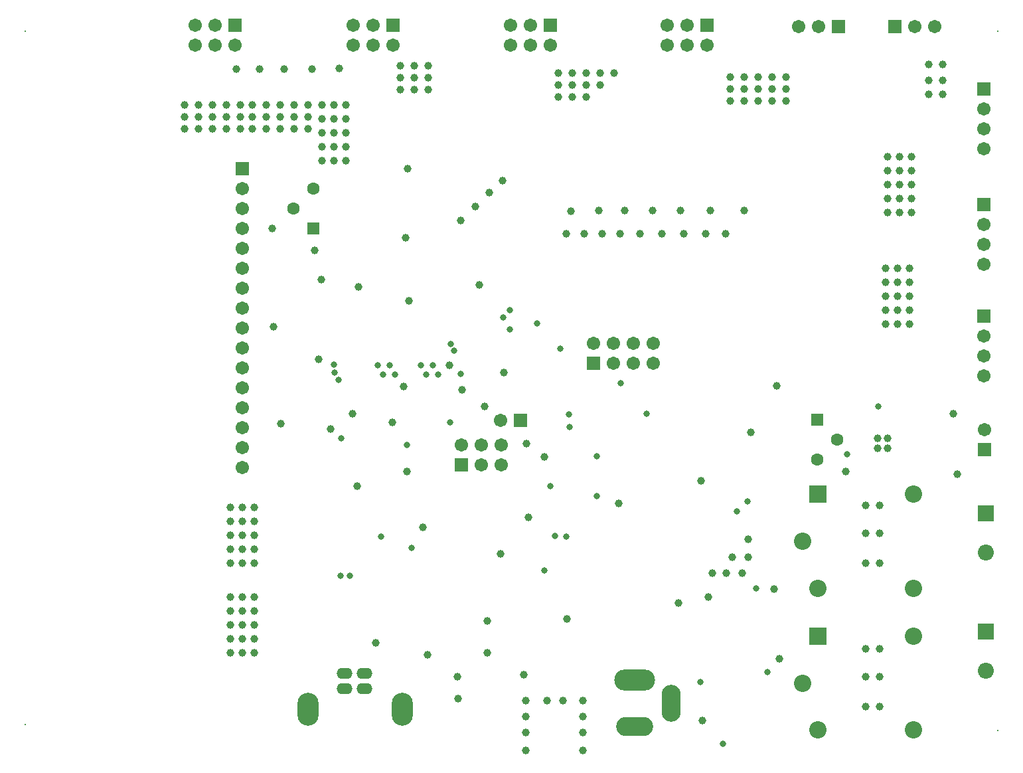
<source format=gbs>
G04*
G04 #@! TF.GenerationSoftware,Altium Limited,Altium Designer,20.0.1 (14)*
G04*
G04 Layer_Color=16711935*
%FSLAX25Y25*%
%MOIN*%
G70*
G01*
G75*
%ADD17C,0.00787*%
%ADD92R,0.06706X0.06706*%
%ADD93C,0.06706*%
%ADD94C,0.08040*%
%ADD95R,0.08040X0.08040*%
%ADD96R,0.06706X0.06706*%
%ADD97R,0.06312X0.06312*%
%ADD98C,0.06312*%
%ADD99O,0.20485X0.10642*%
%ADD100O,0.18517X0.09658*%
%ADD101O,0.09658X0.18517*%
%ADD102R,0.08674X0.08674*%
%ADD103C,0.08674*%
%ADD104O,0.07887X0.05524*%
%ADD105O,0.10642X0.16548*%
%ADD106C,0.03950*%
%ADD107C,0.03162*%
D17*
X525240Y370035D02*
D03*
X525240Y19012D02*
D03*
X36736Y22043D02*
D03*
Y370035D02*
D03*
D92*
X255787Y152598D02*
D03*
X322165Y203543D02*
D03*
X142047Y373248D02*
D03*
X221575D02*
D03*
X300315D02*
D03*
X379055D02*
D03*
X444961Y372284D02*
D03*
X473425D02*
D03*
X285394Y174803D02*
D03*
D93*
X255787Y162598D02*
D03*
X265787Y152598D02*
D03*
Y162598D02*
D03*
X275787Y152598D02*
D03*
Y162598D02*
D03*
X322165Y213543D02*
D03*
X332165Y203543D02*
D03*
Y213543D02*
D03*
X342165Y203543D02*
D03*
Y213543D02*
D03*
X352165Y203543D02*
D03*
Y213543D02*
D03*
X518307Y170236D02*
D03*
X142047Y363248D02*
D03*
X132047Y373248D02*
D03*
Y363248D02*
D03*
X122047Y373248D02*
D03*
Y363248D02*
D03*
X221575D02*
D03*
X211575Y373248D02*
D03*
Y363248D02*
D03*
X201575Y373248D02*
D03*
Y363248D02*
D03*
X300315D02*
D03*
X290315Y373248D02*
D03*
Y363248D02*
D03*
X280315Y373248D02*
D03*
Y363248D02*
D03*
X379055D02*
D03*
X369055Y373248D02*
D03*
Y363248D02*
D03*
X359055Y373248D02*
D03*
Y363248D02*
D03*
X424961Y372284D02*
D03*
X434961D02*
D03*
X493425D02*
D03*
X483425D02*
D03*
X518032Y331260D02*
D03*
Y321260D02*
D03*
Y311260D02*
D03*
Y273268D02*
D03*
Y263268D02*
D03*
Y253268D02*
D03*
Y217165D02*
D03*
Y207165D02*
D03*
Y197165D02*
D03*
X275394Y174803D02*
D03*
X145827Y151142D02*
D03*
Y161142D02*
D03*
Y171142D02*
D03*
Y181142D02*
D03*
Y191142D02*
D03*
Y201142D02*
D03*
Y211142D02*
D03*
Y221142D02*
D03*
Y231142D02*
D03*
Y241142D02*
D03*
Y251142D02*
D03*
Y261142D02*
D03*
Y271142D02*
D03*
Y281142D02*
D03*
Y291142D02*
D03*
D94*
X519095Y49213D02*
D03*
X519095Y108543D02*
D03*
D95*
X519095Y68898D02*
D03*
X519095Y128228D02*
D03*
D96*
X518307Y160236D02*
D03*
X518032Y341260D02*
D03*
Y283268D02*
D03*
Y227165D02*
D03*
X145827Y301142D02*
D03*
D97*
X181535Y270984D02*
D03*
X434449Y175118D02*
D03*
D98*
X171535Y280984D02*
D03*
X181535Y290984D02*
D03*
X444449Y165118D02*
D03*
X434449Y155118D02*
D03*
D99*
X342724Y44591D02*
D03*
D100*
Y20968D02*
D03*
D101*
X361228Y32779D02*
D03*
D102*
X434842Y137795D02*
D03*
Y66535D02*
D03*
D103*
X426968Y114173D02*
D03*
X434842Y90551D02*
D03*
X482874D02*
D03*
Y137795D02*
D03*
X426968Y42913D02*
D03*
X434842Y19291D02*
D03*
X482874D02*
D03*
Y66535D02*
D03*
D104*
X197224Y39961D02*
D03*
X207224D02*
D03*
Y47835D02*
D03*
X197224D02*
D03*
D105*
X226165Y29689D02*
D03*
X178724D02*
D03*
D106*
X414173Y192126D02*
D03*
X160827Y271260D02*
D03*
X182087Y260236D02*
D03*
X376181Y144488D02*
D03*
X334842Y133071D02*
D03*
X276575Y295276D02*
D03*
X269882Y288976D02*
D03*
X262795Y282283D02*
D03*
X255315Y275197D02*
D03*
X194291Y351575D02*
D03*
X180905Y351181D02*
D03*
X166732D02*
D03*
X154528D02*
D03*
X142717D02*
D03*
X200984Y177953D02*
D03*
X189961Y170472D02*
D03*
X184055Y205512D02*
D03*
X264764Y242913D02*
D03*
X249803Y202362D02*
D03*
X297441Y156299D02*
D03*
X288386Y162992D02*
D03*
X289567Y125984D02*
D03*
X268701Y74016D02*
D03*
X415551Y55118D02*
D03*
X287205Y47244D02*
D03*
X254134Y35039D02*
D03*
X316764Y9000D02*
D03*
Y18000D02*
D03*
Y26000D02*
D03*
Y34000D02*
D03*
X306764D02*
D03*
X298764D02*
D03*
X287945Y9000D02*
D03*
Y18000D02*
D03*
Y26000D02*
D03*
Y34000D02*
D03*
X212764Y63000D02*
D03*
X238764Y57000D02*
D03*
X253764Y46000D02*
D03*
X268764Y58000D02*
D03*
X308858Y75197D02*
D03*
X364764Y83000D02*
D03*
X379764Y86000D02*
D03*
X376772Y24016D02*
D03*
X412764Y90000D02*
D03*
X399764Y115000D02*
D03*
X391764Y106000D02*
D03*
X399764D02*
D03*
X396764Y98000D02*
D03*
X388764D02*
D03*
X381764D02*
D03*
X464764Y165819D02*
D03*
Y160819D02*
D03*
X469764D02*
D03*
Y165819D02*
D03*
X448764Y149000D02*
D03*
X400984Y168898D02*
D03*
X502764Y178000D02*
D03*
X458764Y60000D02*
D03*
X465764D02*
D03*
Y46000D02*
D03*
X458764D02*
D03*
Y31000D02*
D03*
X465764D02*
D03*
Y103000D02*
D03*
X458764D02*
D03*
Y118000D02*
D03*
X465764D02*
D03*
Y132000D02*
D03*
X458764D02*
D03*
X504764Y147937D02*
D03*
X151764Y86000D02*
D03*
X145764D02*
D03*
X139764D02*
D03*
Y79000D02*
D03*
X145764D02*
D03*
X151764D02*
D03*
Y72000D02*
D03*
X145764D02*
D03*
X139764D02*
D03*
Y65000D02*
D03*
X145764D02*
D03*
X151764D02*
D03*
X139764Y58000D02*
D03*
X145764D02*
D03*
X151764D02*
D03*
Y131000D02*
D03*
X145764D02*
D03*
X139764D02*
D03*
Y124000D02*
D03*
X145764D02*
D03*
X151764D02*
D03*
Y117000D02*
D03*
X145764D02*
D03*
X139764D02*
D03*
Y110000D02*
D03*
X145764D02*
D03*
X151764D02*
D03*
X139764Y103000D02*
D03*
X145764D02*
D03*
X151764D02*
D03*
X227756Y266535D02*
D03*
X228764Y301000D02*
D03*
X397764Y280000D02*
D03*
X380764D02*
D03*
X365764D02*
D03*
X351764D02*
D03*
X337764D02*
D03*
X324764D02*
D03*
X310827Y279921D02*
D03*
X308575Y268504D02*
D03*
X317575D02*
D03*
X326575D02*
D03*
X335575D02*
D03*
X345575D02*
D03*
X356575D02*
D03*
X367575D02*
D03*
X378575D02*
D03*
X388575D02*
D03*
X497402Y353583D02*
D03*
Y345583D02*
D03*
Y338583D02*
D03*
X490402D02*
D03*
Y345583D02*
D03*
Y353583D02*
D03*
X185764Y305000D02*
D03*
X191764D02*
D03*
X197764D02*
D03*
Y312000D02*
D03*
X191764D02*
D03*
X185764D02*
D03*
Y319000D02*
D03*
X191764D02*
D03*
X197764D02*
D03*
Y326000D02*
D03*
X191764D02*
D03*
X185764D02*
D03*
X197764Y333000D02*
D03*
X191764D02*
D03*
X185764D02*
D03*
X116764D02*
D03*
Y327000D02*
D03*
Y321000D02*
D03*
X123764D02*
D03*
Y327000D02*
D03*
Y333000D02*
D03*
X130764D02*
D03*
Y327000D02*
D03*
Y321000D02*
D03*
X137764D02*
D03*
Y327000D02*
D03*
Y333000D02*
D03*
X144764Y321000D02*
D03*
Y327000D02*
D03*
Y333000D02*
D03*
X150764D02*
D03*
Y327000D02*
D03*
Y321000D02*
D03*
X157764D02*
D03*
Y327000D02*
D03*
Y333000D02*
D03*
X164764D02*
D03*
Y327000D02*
D03*
Y321000D02*
D03*
X171764D02*
D03*
Y327000D02*
D03*
Y333000D02*
D03*
X178764Y321000D02*
D03*
Y327000D02*
D03*
Y333000D02*
D03*
X225087Y340945D02*
D03*
Y346945D02*
D03*
Y352945D02*
D03*
X232087D02*
D03*
Y346945D02*
D03*
Y340945D02*
D03*
X239087D02*
D03*
Y346945D02*
D03*
Y352945D02*
D03*
X304307Y349000D02*
D03*
Y343000D02*
D03*
Y337000D02*
D03*
X311307D02*
D03*
Y343000D02*
D03*
Y349000D02*
D03*
X318307D02*
D03*
Y343000D02*
D03*
Y337000D02*
D03*
X325307Y343000D02*
D03*
Y349000D02*
D03*
X332307D02*
D03*
X390764Y347000D02*
D03*
Y341000D02*
D03*
Y335000D02*
D03*
X397764D02*
D03*
Y341000D02*
D03*
Y347000D02*
D03*
X404764D02*
D03*
Y341000D02*
D03*
Y335000D02*
D03*
X411764D02*
D03*
Y341000D02*
D03*
Y347000D02*
D03*
X418764Y335000D02*
D03*
Y341000D02*
D03*
Y347000D02*
D03*
X480764Y251000D02*
D03*
X474764D02*
D03*
X468764D02*
D03*
Y244000D02*
D03*
X474764D02*
D03*
X480764D02*
D03*
Y237000D02*
D03*
X474764D02*
D03*
X468764D02*
D03*
Y230000D02*
D03*
X474764D02*
D03*
X480764D02*
D03*
X468764Y223000D02*
D03*
X474764D02*
D03*
X480764D02*
D03*
X481764Y279000D02*
D03*
X475764D02*
D03*
X469764D02*
D03*
X481764Y286000D02*
D03*
X475764D02*
D03*
X469764D02*
D03*
Y293000D02*
D03*
X475764D02*
D03*
X481764D02*
D03*
Y300000D02*
D03*
X475764D02*
D03*
X469764D02*
D03*
Y307000D02*
D03*
X475764D02*
D03*
X481764D02*
D03*
X275472Y107717D02*
D03*
X161575Y221654D02*
D03*
X185472Y245354D02*
D03*
X164961Y173228D02*
D03*
X203543Y141732D02*
D03*
X221063Y173661D02*
D03*
X236417Y121260D02*
D03*
X228346Y149213D02*
D03*
X226614Y191772D02*
D03*
X277244Y198701D02*
D03*
X267520Y181890D02*
D03*
X256102Y190157D02*
D03*
X229331Y234646D02*
D03*
X204134Y241732D02*
D03*
D107*
X241378Y202480D02*
D03*
X238146Y197744D02*
D03*
X235378Y202480D02*
D03*
X199764Y96732D02*
D03*
X215512Y116417D02*
D03*
X195236Y96850D02*
D03*
X230866Y110827D02*
D03*
X255315Y198110D02*
D03*
X310039Y171378D02*
D03*
X465000Y181929D02*
D03*
X244055Y197835D02*
D03*
X195590Y165827D02*
D03*
X228386Y162598D02*
D03*
X191890Y202913D02*
D03*
X194055Y195276D02*
D03*
X191969Y198622D02*
D03*
X409449Y48465D02*
D03*
X403819Y90354D02*
D03*
X293779Y223583D02*
D03*
X302638Y116654D02*
D03*
X308465Y116535D02*
D03*
X323661Y136850D02*
D03*
Y156811D02*
D03*
X300551Y141654D02*
D03*
X297323Y99409D02*
D03*
X280118Y230236D02*
D03*
X280197Y220551D02*
D03*
X305394Y210630D02*
D03*
X276850Y226496D02*
D03*
X252126Y209685D02*
D03*
X250512Y213150D02*
D03*
X216469Y197744D02*
D03*
X222547D02*
D03*
X219858Y202480D02*
D03*
X213858D02*
D03*
X449488Y157835D02*
D03*
X309724Y177717D02*
D03*
X335669Y193307D02*
D03*
X394016Y129055D02*
D03*
X250039Y173622D02*
D03*
X348622Y177953D02*
D03*
X399409Y134134D02*
D03*
X375787Y43307D02*
D03*
X387205Y12598D02*
D03*
M02*

</source>
